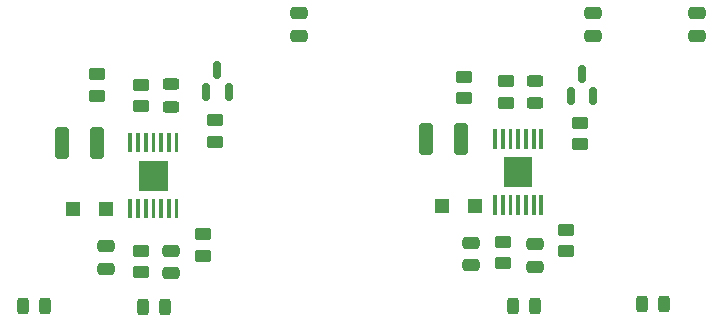
<source format=gbr>
%TF.GenerationSoftware,KiCad,Pcbnew,7.0.7*%
%TF.CreationDate,2024-03-31T21:55:30-04:00*%
%TF.ProjectId,4ch-driver-v0,3463682d-6472-4697-9665-722d76302e6b,rev?*%
%TF.SameCoordinates,Original*%
%TF.FileFunction,Paste,Bot*%
%TF.FilePolarity,Positive*%
%FSLAX46Y46*%
G04 Gerber Fmt 4.6, Leading zero omitted, Abs format (unit mm)*
G04 Created by KiCad (PCBNEW 7.0.7) date 2024-03-31 21:55:30*
%MOMM*%
%LPD*%
G01*
G04 APERTURE LIST*
G04 Aperture macros list*
%AMRoundRect*
0 Rectangle with rounded corners*
0 $1 Rounding radius*
0 $2 $3 $4 $5 $6 $7 $8 $9 X,Y pos of 4 corners*
0 Add a 4 corners polygon primitive as box body*
4,1,4,$2,$3,$4,$5,$6,$7,$8,$9,$2,$3,0*
0 Add four circle primitives for the rounded corners*
1,1,$1+$1,$2,$3*
1,1,$1+$1,$4,$5*
1,1,$1+$1,$6,$7*
1,1,$1+$1,$8,$9*
0 Add four rect primitives between the rounded corners*
20,1,$1+$1,$2,$3,$4,$5,0*
20,1,$1+$1,$4,$5,$6,$7,0*
20,1,$1+$1,$6,$7,$8,$9,0*
20,1,$1+$1,$8,$9,$2,$3,0*%
G04 Aperture macros list end*
%ADD10C,0.010000*%
%ADD11RoundRect,0.250000X0.475000X-0.250000X0.475000X0.250000X-0.475000X0.250000X-0.475000X-0.250000X0*%
%ADD12RoundRect,0.250000X0.450000X-0.262500X0.450000X0.262500X-0.450000X0.262500X-0.450000X-0.262500X0*%
%ADD13R,1.200000X1.200000*%
%ADD14RoundRect,0.150000X0.150000X-0.587500X0.150000X0.587500X-0.150000X0.587500X-0.150000X-0.587500X0*%
%ADD15RoundRect,0.243750X0.456250X-0.243750X0.456250X0.243750X-0.456250X0.243750X-0.456250X-0.243750X0*%
%ADD16RoundRect,0.243750X0.243750X0.456250X-0.243750X0.456250X-0.243750X-0.456250X0.243750X-0.456250X0*%
%ADD17RoundRect,0.243750X-0.243750X-0.456250X0.243750X-0.456250X0.243750X0.456250X-0.243750X0.456250X0*%
%ADD18RoundRect,0.250000X0.325000X1.100000X-0.325000X1.100000X-0.325000X-1.100000X0.325000X-1.100000X0*%
%ADD19RoundRect,0.250000X-0.450000X0.262500X-0.450000X-0.262500X0.450000X-0.262500X0.450000X0.262500X0*%
G04 APERTURE END LIST*
%TO.C,U6*%
D10*
X157343000Y-104285000D02*
X157093000Y-104285000D01*
X157093000Y-102735000D01*
X157343000Y-102735000D01*
X157343000Y-104285000D01*
G36*
X157343000Y-104285000D02*
G01*
X157093000Y-104285000D01*
X157093000Y-102735000D01*
X157343000Y-102735000D01*
X157343000Y-104285000D01*
G37*
X157993000Y-104285000D02*
X157743000Y-104285000D01*
X157743000Y-102735000D01*
X157993000Y-102735000D01*
X157993000Y-104285000D01*
G36*
X157993000Y-104285000D02*
G01*
X157743000Y-104285000D01*
X157743000Y-102735000D01*
X157993000Y-102735000D01*
X157993000Y-104285000D01*
G37*
X158643000Y-104285000D02*
X158393000Y-104285000D01*
X158393000Y-102735000D01*
X158643000Y-102735000D01*
X158643000Y-104285000D01*
G36*
X158643000Y-104285000D02*
G01*
X158393000Y-104285000D01*
X158393000Y-102735000D01*
X158643000Y-102735000D01*
X158643000Y-104285000D01*
G37*
X159293000Y-104285000D02*
X159043000Y-104285000D01*
X159043000Y-102735000D01*
X159293000Y-102735000D01*
X159293000Y-104285000D01*
G36*
X159293000Y-104285000D02*
G01*
X159043000Y-104285000D01*
X159043000Y-102735000D01*
X159293000Y-102735000D01*
X159293000Y-104285000D01*
G37*
X159943000Y-104285000D02*
X159693000Y-104285000D01*
X159693000Y-102735000D01*
X159943000Y-102735000D01*
X159943000Y-104285000D01*
G36*
X159943000Y-104285000D02*
G01*
X159693000Y-104285000D01*
X159693000Y-102735000D01*
X159943000Y-102735000D01*
X159943000Y-104285000D01*
G37*
X160593000Y-104285000D02*
X160343000Y-104285000D01*
X160343000Y-102735000D01*
X160593000Y-102735000D01*
X160593000Y-104285000D01*
G36*
X160593000Y-104285000D02*
G01*
X160343000Y-104285000D01*
X160343000Y-102735000D01*
X160593000Y-102735000D01*
X160593000Y-104285000D01*
G37*
X161243000Y-104285000D02*
X160993000Y-104285000D01*
X160993000Y-102735000D01*
X161243000Y-102735000D01*
X161243000Y-104285000D01*
G36*
X161243000Y-104285000D02*
G01*
X160993000Y-104285000D01*
X160993000Y-102735000D01*
X161243000Y-102735000D01*
X161243000Y-104285000D01*
G37*
X160323000Y-101940000D02*
X158013000Y-101940000D01*
X158013000Y-99480000D01*
X160323000Y-99480000D01*
X160323000Y-101940000D01*
G36*
X160323000Y-101940000D02*
G01*
X158013000Y-101940000D01*
X158013000Y-99480000D01*
X160323000Y-99480000D01*
X160323000Y-101940000D01*
G37*
X157343000Y-98685000D02*
X157093000Y-98685000D01*
X157093000Y-97135000D01*
X157343000Y-97135000D01*
X157343000Y-98685000D01*
G36*
X157343000Y-98685000D02*
G01*
X157093000Y-98685000D01*
X157093000Y-97135000D01*
X157343000Y-97135000D01*
X157343000Y-98685000D01*
G37*
X157993000Y-98685000D02*
X157743000Y-98685000D01*
X157743000Y-97135000D01*
X157993000Y-97135000D01*
X157993000Y-98685000D01*
G36*
X157993000Y-98685000D02*
G01*
X157743000Y-98685000D01*
X157743000Y-97135000D01*
X157993000Y-97135000D01*
X157993000Y-98685000D01*
G37*
X158643000Y-98685000D02*
X158393000Y-98685000D01*
X158393000Y-97135000D01*
X158643000Y-97135000D01*
X158643000Y-98685000D01*
G36*
X158643000Y-98685000D02*
G01*
X158393000Y-98685000D01*
X158393000Y-97135000D01*
X158643000Y-97135000D01*
X158643000Y-98685000D01*
G37*
X159293000Y-98685000D02*
X159043000Y-98685000D01*
X159043000Y-97135000D01*
X159293000Y-97135000D01*
X159293000Y-98685000D01*
G36*
X159293000Y-98685000D02*
G01*
X159043000Y-98685000D01*
X159043000Y-97135000D01*
X159293000Y-97135000D01*
X159293000Y-98685000D01*
G37*
X159943000Y-98685000D02*
X159693000Y-98685000D01*
X159693000Y-97135000D01*
X159943000Y-97135000D01*
X159943000Y-98685000D01*
G36*
X159943000Y-98685000D02*
G01*
X159693000Y-98685000D01*
X159693000Y-97135000D01*
X159943000Y-97135000D01*
X159943000Y-98685000D01*
G37*
X160593000Y-98685000D02*
X160343000Y-98685000D01*
X160343000Y-97135000D01*
X160593000Y-97135000D01*
X160593000Y-98685000D01*
G36*
X160593000Y-98685000D02*
G01*
X160343000Y-98685000D01*
X160343000Y-97135000D01*
X160593000Y-97135000D01*
X160593000Y-98685000D01*
G37*
X161243000Y-98685000D02*
X160993000Y-98685000D01*
X160993000Y-97135000D01*
X161243000Y-97135000D01*
X161243000Y-98685000D01*
G36*
X161243000Y-98685000D02*
G01*
X160993000Y-98685000D01*
X160993000Y-97135000D01*
X161243000Y-97135000D01*
X161243000Y-98685000D01*
G37*
%TO.C,U1*%
X126465000Y-104595000D02*
X126215000Y-104595000D01*
X126215000Y-103045000D01*
X126465000Y-103045000D01*
X126465000Y-104595000D01*
G36*
X126465000Y-104595000D02*
G01*
X126215000Y-104595000D01*
X126215000Y-103045000D01*
X126465000Y-103045000D01*
X126465000Y-104595000D01*
G37*
X127115000Y-104595000D02*
X126865000Y-104595000D01*
X126865000Y-103045000D01*
X127115000Y-103045000D01*
X127115000Y-104595000D01*
G36*
X127115000Y-104595000D02*
G01*
X126865000Y-104595000D01*
X126865000Y-103045000D01*
X127115000Y-103045000D01*
X127115000Y-104595000D01*
G37*
X127765000Y-104595000D02*
X127515000Y-104595000D01*
X127515000Y-103045000D01*
X127765000Y-103045000D01*
X127765000Y-104595000D01*
G36*
X127765000Y-104595000D02*
G01*
X127515000Y-104595000D01*
X127515000Y-103045000D01*
X127765000Y-103045000D01*
X127765000Y-104595000D01*
G37*
X128415000Y-104595000D02*
X128165000Y-104595000D01*
X128165000Y-103045000D01*
X128415000Y-103045000D01*
X128415000Y-104595000D01*
G36*
X128415000Y-104595000D02*
G01*
X128165000Y-104595000D01*
X128165000Y-103045000D01*
X128415000Y-103045000D01*
X128415000Y-104595000D01*
G37*
X129065000Y-104595000D02*
X128815000Y-104595000D01*
X128815000Y-103045000D01*
X129065000Y-103045000D01*
X129065000Y-104595000D01*
G36*
X129065000Y-104595000D02*
G01*
X128815000Y-104595000D01*
X128815000Y-103045000D01*
X129065000Y-103045000D01*
X129065000Y-104595000D01*
G37*
X129715000Y-104595000D02*
X129465000Y-104595000D01*
X129465000Y-103045000D01*
X129715000Y-103045000D01*
X129715000Y-104595000D01*
G36*
X129715000Y-104595000D02*
G01*
X129465000Y-104595000D01*
X129465000Y-103045000D01*
X129715000Y-103045000D01*
X129715000Y-104595000D01*
G37*
X130365000Y-104595000D02*
X130115000Y-104595000D01*
X130115000Y-103045000D01*
X130365000Y-103045000D01*
X130365000Y-104595000D01*
G36*
X130365000Y-104595000D02*
G01*
X130115000Y-104595000D01*
X130115000Y-103045000D01*
X130365000Y-103045000D01*
X130365000Y-104595000D01*
G37*
X129445000Y-102250000D02*
X127135000Y-102250000D01*
X127135000Y-99790000D01*
X129445000Y-99790000D01*
X129445000Y-102250000D01*
G36*
X129445000Y-102250000D02*
G01*
X127135000Y-102250000D01*
X127135000Y-99790000D01*
X129445000Y-99790000D01*
X129445000Y-102250000D01*
G37*
X126465000Y-98995000D02*
X126215000Y-98995000D01*
X126215000Y-97445000D01*
X126465000Y-97445000D01*
X126465000Y-98995000D01*
G36*
X126465000Y-98995000D02*
G01*
X126215000Y-98995000D01*
X126215000Y-97445000D01*
X126465000Y-97445000D01*
X126465000Y-98995000D01*
G37*
X127115000Y-98995000D02*
X126865000Y-98995000D01*
X126865000Y-97445000D01*
X127115000Y-97445000D01*
X127115000Y-98995000D01*
G36*
X127115000Y-98995000D02*
G01*
X126865000Y-98995000D01*
X126865000Y-97445000D01*
X127115000Y-97445000D01*
X127115000Y-98995000D01*
G37*
X127765000Y-98995000D02*
X127515000Y-98995000D01*
X127515000Y-97445000D01*
X127765000Y-97445000D01*
X127765000Y-98995000D01*
G36*
X127765000Y-98995000D02*
G01*
X127515000Y-98995000D01*
X127515000Y-97445000D01*
X127765000Y-97445000D01*
X127765000Y-98995000D01*
G37*
X128415000Y-98995000D02*
X128165000Y-98995000D01*
X128165000Y-97445000D01*
X128415000Y-97445000D01*
X128415000Y-98995000D01*
G36*
X128415000Y-98995000D02*
G01*
X128165000Y-98995000D01*
X128165000Y-97445000D01*
X128415000Y-97445000D01*
X128415000Y-98995000D01*
G37*
X129065000Y-98995000D02*
X128815000Y-98995000D01*
X128815000Y-97445000D01*
X129065000Y-97445000D01*
X129065000Y-98995000D01*
G36*
X129065000Y-98995000D02*
G01*
X128815000Y-98995000D01*
X128815000Y-97445000D01*
X129065000Y-97445000D01*
X129065000Y-98995000D01*
G37*
X129715000Y-98995000D02*
X129465000Y-98995000D01*
X129465000Y-97445000D01*
X129715000Y-97445000D01*
X129715000Y-98995000D01*
G36*
X129715000Y-98995000D02*
G01*
X129465000Y-98995000D01*
X129465000Y-97445000D01*
X129715000Y-97445000D01*
X129715000Y-98995000D01*
G37*
X130365000Y-98995000D02*
X130115000Y-98995000D01*
X130115000Y-97445000D01*
X130365000Y-97445000D01*
X130365000Y-98995000D01*
G36*
X130365000Y-98995000D02*
G01*
X130115000Y-98995000D01*
X130115000Y-97445000D01*
X130365000Y-97445000D01*
X130365000Y-98995000D01*
G37*
%TD*%
D11*
%TO.C,C3*%
X124310000Y-108940000D03*
X124310000Y-107040000D03*
%TD*%
D12*
%TO.C,R17*%
X164418000Y-98402500D03*
X164418000Y-96577500D03*
%TD*%
%TO.C,R19*%
X157898000Y-108486500D03*
X157898000Y-106661500D03*
%TD*%
D13*
%TO.C,D10*%
X155525500Y-103610000D03*
X152725500Y-103610000D03*
%TD*%
D12*
%TO.C,R6*%
X127240000Y-109222500D03*
X127240000Y-107397500D03*
%TD*%
D14*
%TO.C,Q1*%
X134700000Y-93957500D03*
X132800000Y-93957500D03*
X133750000Y-92082500D03*
%TD*%
D11*
%TO.C,C18*%
X174330000Y-89210000D03*
X174330000Y-87310000D03*
%TD*%
D12*
%TO.C,R21*%
X154596000Y-94516500D03*
X154596000Y-92691500D03*
%TD*%
%TO.C,R1*%
X123550000Y-94302500D03*
X123550000Y-92477500D03*
%TD*%
D15*
%TO.C,D2*%
X129790000Y-95207500D03*
X129790000Y-93332500D03*
%TD*%
D12*
%TO.C,R3*%
X127290000Y-95182500D03*
X127290000Y-93357500D03*
%TD*%
D11*
%TO.C,C10*%
X140626000Y-89220000D03*
X140626000Y-87320000D03*
%TD*%
%TO.C,C2*%
X129800000Y-109300000D03*
X129800000Y-107400000D03*
%TD*%
D13*
%TO.C,D3*%
X124337500Y-103920000D03*
X121537500Y-103920000D03*
%TD*%
D16*
%TO.C,D1*%
X129317500Y-112180000D03*
X127442500Y-112180000D03*
%TD*%
D12*
%TO.C,R18*%
X163232000Y-107470500D03*
X163232000Y-105645500D03*
%TD*%
D17*
%TO.C,D11*%
X169660500Y-111892000D03*
X171535500Y-111892000D03*
%TD*%
D16*
%TO.C,D12*%
X160665500Y-112100000D03*
X158790500Y-112100000D03*
%TD*%
%TO.C,D4*%
X119157500Y-112130000D03*
X117282500Y-112130000D03*
%TD*%
D12*
%TO.C,R5*%
X132540000Y-107832500D03*
X132540000Y-106007500D03*
%TD*%
D11*
%TO.C,C15*%
X155188000Y-108630000D03*
X155188000Y-106730000D03*
%TD*%
D18*
%TO.C,C4*%
X123515000Y-98270000D03*
X120565000Y-98270000D03*
%TD*%
D11*
%TO.C,C17*%
X165518000Y-89220000D03*
X165518000Y-87320000D03*
%TD*%
D12*
%TO.C,R16*%
X158168000Y-94872500D03*
X158168000Y-93047500D03*
%TD*%
D11*
%TO.C,C14*%
X160668000Y-108778000D03*
X160668000Y-106878000D03*
%TD*%
D14*
%TO.C,Q4*%
X165578000Y-94287500D03*
X163678000Y-94287500D03*
X164628000Y-92412500D03*
%TD*%
D15*
%TO.C,D9*%
X160668000Y-94897500D03*
X160668000Y-93022500D03*
%TD*%
D18*
%TO.C,C16*%
X154393000Y-97960000D03*
X151443000Y-97960000D03*
%TD*%
D19*
%TO.C,R4*%
X133540000Y-96357500D03*
X133540000Y-98182500D03*
%TD*%
M02*

</source>
